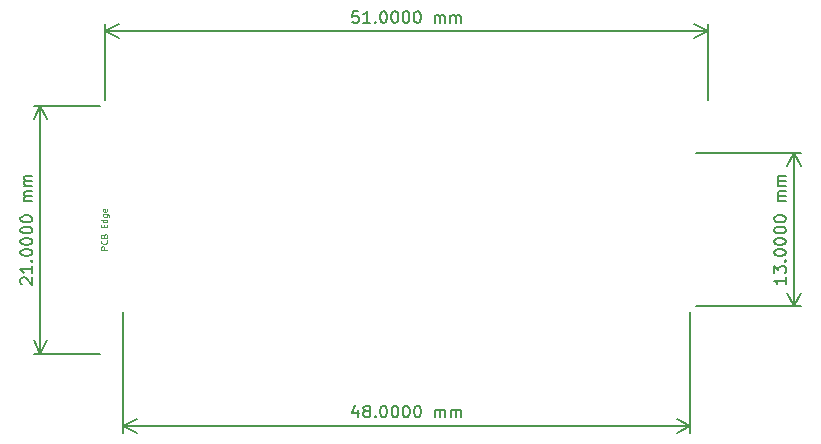
<source format=gbr>
%TF.GenerationSoftware,KiCad,Pcbnew,8.0.1*%
%TF.CreationDate,2024-04-07T18:53:55+05:30*%
%TF.ProjectId,Mitayi-Pico-RP2040,4d697461-7969-42d5-9069-636f2d525032,0.6*%
%TF.SameCoordinates,PX73df160PY5f2d3c0*%
%TF.FileFunction,OtherDrawing,Comment*%
%FSLAX46Y46*%
G04 Gerber Fmt 4.6, Leading zero omitted, Abs format (unit mm)*
G04 Created by KiCad (PCBNEW 8.0.1) date 2024-04-07 18:53:55*
%MOMM*%
%LPD*%
G01*
G04 APERTURE LIST*
%ADD10C,0.150000*%
%ADD11C,0.080000*%
G04 APERTURE END LIST*
D10*
X57604819Y6452382D02*
X57604819Y5880954D01*
X57604819Y6166668D02*
X56604819Y6166668D01*
X56604819Y6166668D02*
X56747676Y6071430D01*
X56747676Y6071430D02*
X56842914Y5976192D01*
X56842914Y5976192D02*
X56890533Y5880954D01*
X56604819Y6785716D02*
X56604819Y7404763D01*
X56604819Y7404763D02*
X56985771Y7071430D01*
X56985771Y7071430D02*
X56985771Y7214287D01*
X56985771Y7214287D02*
X57033390Y7309525D01*
X57033390Y7309525D02*
X57081009Y7357144D01*
X57081009Y7357144D02*
X57176247Y7404763D01*
X57176247Y7404763D02*
X57414342Y7404763D01*
X57414342Y7404763D02*
X57509580Y7357144D01*
X57509580Y7357144D02*
X57557200Y7309525D01*
X57557200Y7309525D02*
X57604819Y7214287D01*
X57604819Y7214287D02*
X57604819Y6928573D01*
X57604819Y6928573D02*
X57557200Y6833335D01*
X57557200Y6833335D02*
X57509580Y6785716D01*
X57509580Y7833335D02*
X57557200Y7880954D01*
X57557200Y7880954D02*
X57604819Y7833335D01*
X57604819Y7833335D02*
X57557200Y7785716D01*
X57557200Y7785716D02*
X57509580Y7833335D01*
X57509580Y7833335D02*
X57604819Y7833335D01*
X56604819Y8500001D02*
X56604819Y8595239D01*
X56604819Y8595239D02*
X56652438Y8690477D01*
X56652438Y8690477D02*
X56700057Y8738096D01*
X56700057Y8738096D02*
X56795295Y8785715D01*
X56795295Y8785715D02*
X56985771Y8833334D01*
X56985771Y8833334D02*
X57223866Y8833334D01*
X57223866Y8833334D02*
X57414342Y8785715D01*
X57414342Y8785715D02*
X57509580Y8738096D01*
X57509580Y8738096D02*
X57557200Y8690477D01*
X57557200Y8690477D02*
X57604819Y8595239D01*
X57604819Y8595239D02*
X57604819Y8500001D01*
X57604819Y8500001D02*
X57557200Y8404763D01*
X57557200Y8404763D02*
X57509580Y8357144D01*
X57509580Y8357144D02*
X57414342Y8309525D01*
X57414342Y8309525D02*
X57223866Y8261906D01*
X57223866Y8261906D02*
X56985771Y8261906D01*
X56985771Y8261906D02*
X56795295Y8309525D01*
X56795295Y8309525D02*
X56700057Y8357144D01*
X56700057Y8357144D02*
X56652438Y8404763D01*
X56652438Y8404763D02*
X56604819Y8500001D01*
X56604819Y9452382D02*
X56604819Y9547620D01*
X56604819Y9547620D02*
X56652438Y9642858D01*
X56652438Y9642858D02*
X56700057Y9690477D01*
X56700057Y9690477D02*
X56795295Y9738096D01*
X56795295Y9738096D02*
X56985771Y9785715D01*
X56985771Y9785715D02*
X57223866Y9785715D01*
X57223866Y9785715D02*
X57414342Y9738096D01*
X57414342Y9738096D02*
X57509580Y9690477D01*
X57509580Y9690477D02*
X57557200Y9642858D01*
X57557200Y9642858D02*
X57604819Y9547620D01*
X57604819Y9547620D02*
X57604819Y9452382D01*
X57604819Y9452382D02*
X57557200Y9357144D01*
X57557200Y9357144D02*
X57509580Y9309525D01*
X57509580Y9309525D02*
X57414342Y9261906D01*
X57414342Y9261906D02*
X57223866Y9214287D01*
X57223866Y9214287D02*
X56985771Y9214287D01*
X56985771Y9214287D02*
X56795295Y9261906D01*
X56795295Y9261906D02*
X56700057Y9309525D01*
X56700057Y9309525D02*
X56652438Y9357144D01*
X56652438Y9357144D02*
X56604819Y9452382D01*
X56604819Y10404763D02*
X56604819Y10500001D01*
X56604819Y10500001D02*
X56652438Y10595239D01*
X56652438Y10595239D02*
X56700057Y10642858D01*
X56700057Y10642858D02*
X56795295Y10690477D01*
X56795295Y10690477D02*
X56985771Y10738096D01*
X56985771Y10738096D02*
X57223866Y10738096D01*
X57223866Y10738096D02*
X57414342Y10690477D01*
X57414342Y10690477D02*
X57509580Y10642858D01*
X57509580Y10642858D02*
X57557200Y10595239D01*
X57557200Y10595239D02*
X57604819Y10500001D01*
X57604819Y10500001D02*
X57604819Y10404763D01*
X57604819Y10404763D02*
X57557200Y10309525D01*
X57557200Y10309525D02*
X57509580Y10261906D01*
X57509580Y10261906D02*
X57414342Y10214287D01*
X57414342Y10214287D02*
X57223866Y10166668D01*
X57223866Y10166668D02*
X56985771Y10166668D01*
X56985771Y10166668D02*
X56795295Y10214287D01*
X56795295Y10214287D02*
X56700057Y10261906D01*
X56700057Y10261906D02*
X56652438Y10309525D01*
X56652438Y10309525D02*
X56604819Y10404763D01*
X56604819Y11357144D02*
X56604819Y11452382D01*
X56604819Y11452382D02*
X56652438Y11547620D01*
X56652438Y11547620D02*
X56700057Y11595239D01*
X56700057Y11595239D02*
X56795295Y11642858D01*
X56795295Y11642858D02*
X56985771Y11690477D01*
X56985771Y11690477D02*
X57223866Y11690477D01*
X57223866Y11690477D02*
X57414342Y11642858D01*
X57414342Y11642858D02*
X57509580Y11595239D01*
X57509580Y11595239D02*
X57557200Y11547620D01*
X57557200Y11547620D02*
X57604819Y11452382D01*
X57604819Y11452382D02*
X57604819Y11357144D01*
X57604819Y11357144D02*
X57557200Y11261906D01*
X57557200Y11261906D02*
X57509580Y11214287D01*
X57509580Y11214287D02*
X57414342Y11166668D01*
X57414342Y11166668D02*
X57223866Y11119049D01*
X57223866Y11119049D02*
X56985771Y11119049D01*
X56985771Y11119049D02*
X56795295Y11166668D01*
X56795295Y11166668D02*
X56700057Y11214287D01*
X56700057Y11214287D02*
X56652438Y11261906D01*
X56652438Y11261906D02*
X56604819Y11357144D01*
X57604819Y12880954D02*
X56938152Y12880954D01*
X57033390Y12880954D02*
X56985771Y12928573D01*
X56985771Y12928573D02*
X56938152Y13023811D01*
X56938152Y13023811D02*
X56938152Y13166668D01*
X56938152Y13166668D02*
X56985771Y13261906D01*
X56985771Y13261906D02*
X57081009Y13309525D01*
X57081009Y13309525D02*
X57604819Y13309525D01*
X57081009Y13309525D02*
X56985771Y13357144D01*
X56985771Y13357144D02*
X56938152Y13452382D01*
X56938152Y13452382D02*
X56938152Y13595239D01*
X56938152Y13595239D02*
X56985771Y13690478D01*
X56985771Y13690478D02*
X57081009Y13738097D01*
X57081009Y13738097D02*
X57604819Y13738097D01*
X57604819Y14214287D02*
X56938152Y14214287D01*
X57033390Y14214287D02*
X56985771Y14261906D01*
X56985771Y14261906D02*
X56938152Y14357144D01*
X56938152Y14357144D02*
X56938152Y14500001D01*
X56938152Y14500001D02*
X56985771Y14595239D01*
X56985771Y14595239D02*
X57081009Y14642858D01*
X57081009Y14642858D02*
X57604819Y14642858D01*
X57081009Y14642858D02*
X56985771Y14690477D01*
X56985771Y14690477D02*
X56938152Y14785715D01*
X56938152Y14785715D02*
X56938152Y14928572D01*
X56938152Y14928572D02*
X56985771Y15023811D01*
X56985771Y15023811D02*
X57081009Y15071430D01*
X57081009Y15071430D02*
X57604819Y15071430D01*
X50010000Y4000000D02*
X58886420Y4000000D01*
X50010000Y17000000D02*
X58886420Y17000000D01*
X58300000Y4000000D02*
X58300000Y17000000D01*
X58300000Y4000000D02*
X58300000Y17000000D01*
X58300000Y4000000D02*
X57713579Y5126504D01*
X58300000Y4000000D02*
X58886421Y5126504D01*
X58300000Y17000000D02*
X58886421Y15873496D01*
X58300000Y17000000D02*
X57713579Y15873496D01*
X-7099943Y5880954D02*
X-7147562Y5928573D01*
X-7147562Y5928573D02*
X-7195181Y6023811D01*
X-7195181Y6023811D02*
X-7195181Y6261906D01*
X-7195181Y6261906D02*
X-7147562Y6357144D01*
X-7147562Y6357144D02*
X-7099943Y6404763D01*
X-7099943Y6404763D02*
X-7004705Y6452382D01*
X-7004705Y6452382D02*
X-6909467Y6452382D01*
X-6909467Y6452382D02*
X-6766610Y6404763D01*
X-6766610Y6404763D02*
X-6195181Y5833335D01*
X-6195181Y5833335D02*
X-6195181Y6452382D01*
X-6195181Y7404763D02*
X-6195181Y6833335D01*
X-6195181Y7119049D02*
X-7195181Y7119049D01*
X-7195181Y7119049D02*
X-7052324Y7023811D01*
X-7052324Y7023811D02*
X-6957086Y6928573D01*
X-6957086Y6928573D02*
X-6909467Y6833335D01*
X-6290420Y7833335D02*
X-6242800Y7880954D01*
X-6242800Y7880954D02*
X-6195181Y7833335D01*
X-6195181Y7833335D02*
X-6242800Y7785716D01*
X-6242800Y7785716D02*
X-6290420Y7833335D01*
X-6290420Y7833335D02*
X-6195181Y7833335D01*
X-7195181Y8500001D02*
X-7195181Y8595239D01*
X-7195181Y8595239D02*
X-7147562Y8690477D01*
X-7147562Y8690477D02*
X-7099943Y8738096D01*
X-7099943Y8738096D02*
X-7004705Y8785715D01*
X-7004705Y8785715D02*
X-6814229Y8833334D01*
X-6814229Y8833334D02*
X-6576134Y8833334D01*
X-6576134Y8833334D02*
X-6385658Y8785715D01*
X-6385658Y8785715D02*
X-6290420Y8738096D01*
X-6290420Y8738096D02*
X-6242800Y8690477D01*
X-6242800Y8690477D02*
X-6195181Y8595239D01*
X-6195181Y8595239D02*
X-6195181Y8500001D01*
X-6195181Y8500001D02*
X-6242800Y8404763D01*
X-6242800Y8404763D02*
X-6290420Y8357144D01*
X-6290420Y8357144D02*
X-6385658Y8309525D01*
X-6385658Y8309525D02*
X-6576134Y8261906D01*
X-6576134Y8261906D02*
X-6814229Y8261906D01*
X-6814229Y8261906D02*
X-7004705Y8309525D01*
X-7004705Y8309525D02*
X-7099943Y8357144D01*
X-7099943Y8357144D02*
X-7147562Y8404763D01*
X-7147562Y8404763D02*
X-7195181Y8500001D01*
X-7195181Y9452382D02*
X-7195181Y9547620D01*
X-7195181Y9547620D02*
X-7147562Y9642858D01*
X-7147562Y9642858D02*
X-7099943Y9690477D01*
X-7099943Y9690477D02*
X-7004705Y9738096D01*
X-7004705Y9738096D02*
X-6814229Y9785715D01*
X-6814229Y9785715D02*
X-6576134Y9785715D01*
X-6576134Y9785715D02*
X-6385658Y9738096D01*
X-6385658Y9738096D02*
X-6290420Y9690477D01*
X-6290420Y9690477D02*
X-6242800Y9642858D01*
X-6242800Y9642858D02*
X-6195181Y9547620D01*
X-6195181Y9547620D02*
X-6195181Y9452382D01*
X-6195181Y9452382D02*
X-6242800Y9357144D01*
X-6242800Y9357144D02*
X-6290420Y9309525D01*
X-6290420Y9309525D02*
X-6385658Y9261906D01*
X-6385658Y9261906D02*
X-6576134Y9214287D01*
X-6576134Y9214287D02*
X-6814229Y9214287D01*
X-6814229Y9214287D02*
X-7004705Y9261906D01*
X-7004705Y9261906D02*
X-7099943Y9309525D01*
X-7099943Y9309525D02*
X-7147562Y9357144D01*
X-7147562Y9357144D02*
X-7195181Y9452382D01*
X-7195181Y10404763D02*
X-7195181Y10500001D01*
X-7195181Y10500001D02*
X-7147562Y10595239D01*
X-7147562Y10595239D02*
X-7099943Y10642858D01*
X-7099943Y10642858D02*
X-7004705Y10690477D01*
X-7004705Y10690477D02*
X-6814229Y10738096D01*
X-6814229Y10738096D02*
X-6576134Y10738096D01*
X-6576134Y10738096D02*
X-6385658Y10690477D01*
X-6385658Y10690477D02*
X-6290420Y10642858D01*
X-6290420Y10642858D02*
X-6242800Y10595239D01*
X-6242800Y10595239D02*
X-6195181Y10500001D01*
X-6195181Y10500001D02*
X-6195181Y10404763D01*
X-6195181Y10404763D02*
X-6242800Y10309525D01*
X-6242800Y10309525D02*
X-6290420Y10261906D01*
X-6290420Y10261906D02*
X-6385658Y10214287D01*
X-6385658Y10214287D02*
X-6576134Y10166668D01*
X-6576134Y10166668D02*
X-6814229Y10166668D01*
X-6814229Y10166668D02*
X-7004705Y10214287D01*
X-7004705Y10214287D02*
X-7099943Y10261906D01*
X-7099943Y10261906D02*
X-7147562Y10309525D01*
X-7147562Y10309525D02*
X-7195181Y10404763D01*
X-7195181Y11357144D02*
X-7195181Y11452382D01*
X-7195181Y11452382D02*
X-7147562Y11547620D01*
X-7147562Y11547620D02*
X-7099943Y11595239D01*
X-7099943Y11595239D02*
X-7004705Y11642858D01*
X-7004705Y11642858D02*
X-6814229Y11690477D01*
X-6814229Y11690477D02*
X-6576134Y11690477D01*
X-6576134Y11690477D02*
X-6385658Y11642858D01*
X-6385658Y11642858D02*
X-6290420Y11595239D01*
X-6290420Y11595239D02*
X-6242800Y11547620D01*
X-6242800Y11547620D02*
X-6195181Y11452382D01*
X-6195181Y11452382D02*
X-6195181Y11357144D01*
X-6195181Y11357144D02*
X-6242800Y11261906D01*
X-6242800Y11261906D02*
X-6290420Y11214287D01*
X-6290420Y11214287D02*
X-6385658Y11166668D01*
X-6385658Y11166668D02*
X-6576134Y11119049D01*
X-6576134Y11119049D02*
X-6814229Y11119049D01*
X-6814229Y11119049D02*
X-7004705Y11166668D01*
X-7004705Y11166668D02*
X-7099943Y11214287D01*
X-7099943Y11214287D02*
X-7147562Y11261906D01*
X-7147562Y11261906D02*
X-7195181Y11357144D01*
X-6195181Y12880954D02*
X-6861848Y12880954D01*
X-6766610Y12880954D02*
X-6814229Y12928573D01*
X-6814229Y12928573D02*
X-6861848Y13023811D01*
X-6861848Y13023811D02*
X-6861848Y13166668D01*
X-6861848Y13166668D02*
X-6814229Y13261906D01*
X-6814229Y13261906D02*
X-6718991Y13309525D01*
X-6718991Y13309525D02*
X-6195181Y13309525D01*
X-6718991Y13309525D02*
X-6814229Y13357144D01*
X-6814229Y13357144D02*
X-6861848Y13452382D01*
X-6861848Y13452382D02*
X-6861848Y13595239D01*
X-6861848Y13595239D02*
X-6814229Y13690478D01*
X-6814229Y13690478D02*
X-6718991Y13738097D01*
X-6718991Y13738097D02*
X-6195181Y13738097D01*
X-6195181Y14214287D02*
X-6861848Y14214287D01*
X-6766610Y14214287D02*
X-6814229Y14261906D01*
X-6814229Y14261906D02*
X-6861848Y14357144D01*
X-6861848Y14357144D02*
X-6861848Y14500001D01*
X-6861848Y14500001D02*
X-6814229Y14595239D01*
X-6814229Y14595239D02*
X-6718991Y14642858D01*
X-6718991Y14642858D02*
X-6195181Y14642858D01*
X-6718991Y14642858D02*
X-6814229Y14690477D01*
X-6814229Y14690477D02*
X-6861848Y14785715D01*
X-6861848Y14785715D02*
X-6861848Y14928572D01*
X-6861848Y14928572D02*
X-6814229Y15023811D01*
X-6814229Y15023811D02*
X-6718991Y15071430D01*
X-6718991Y15071430D02*
X-6195181Y15071430D01*
X-500000Y0D02*
X-6086420Y0D01*
X-500000Y21000000D02*
X-6086420Y21000000D01*
X-5500000Y0D02*
X-5500000Y21000000D01*
X-5500000Y0D02*
X-5500000Y21000000D01*
X-5500000Y0D02*
X-6086421Y1126504D01*
X-5500000Y0D02*
X-4913579Y1126504D01*
X-5500000Y21000000D02*
X-4913579Y19873496D01*
X-5500000Y21000000D02*
X-6086421Y19873496D01*
X21404762Y28995181D02*
X20928572Y28995181D01*
X20928572Y28995181D02*
X20880953Y28518991D01*
X20880953Y28518991D02*
X20928572Y28566610D01*
X20928572Y28566610D02*
X21023810Y28614229D01*
X21023810Y28614229D02*
X21261905Y28614229D01*
X21261905Y28614229D02*
X21357143Y28566610D01*
X21357143Y28566610D02*
X21404762Y28518991D01*
X21404762Y28518991D02*
X21452381Y28423753D01*
X21452381Y28423753D02*
X21452381Y28185658D01*
X21452381Y28185658D02*
X21404762Y28090420D01*
X21404762Y28090420D02*
X21357143Y28042800D01*
X21357143Y28042800D02*
X21261905Y27995181D01*
X21261905Y27995181D02*
X21023810Y27995181D01*
X21023810Y27995181D02*
X20928572Y28042800D01*
X20928572Y28042800D02*
X20880953Y28090420D01*
X22404762Y27995181D02*
X21833334Y27995181D01*
X22119048Y27995181D02*
X22119048Y28995181D01*
X22119048Y28995181D02*
X22023810Y28852324D01*
X22023810Y28852324D02*
X21928572Y28757086D01*
X21928572Y28757086D02*
X21833334Y28709467D01*
X22833334Y28090420D02*
X22880953Y28042800D01*
X22880953Y28042800D02*
X22833334Y27995181D01*
X22833334Y27995181D02*
X22785715Y28042800D01*
X22785715Y28042800D02*
X22833334Y28090420D01*
X22833334Y28090420D02*
X22833334Y27995181D01*
X23500000Y28995181D02*
X23595238Y28995181D01*
X23595238Y28995181D02*
X23690476Y28947562D01*
X23690476Y28947562D02*
X23738095Y28899943D01*
X23738095Y28899943D02*
X23785714Y28804705D01*
X23785714Y28804705D02*
X23833333Y28614229D01*
X23833333Y28614229D02*
X23833333Y28376134D01*
X23833333Y28376134D02*
X23785714Y28185658D01*
X23785714Y28185658D02*
X23738095Y28090420D01*
X23738095Y28090420D02*
X23690476Y28042800D01*
X23690476Y28042800D02*
X23595238Y27995181D01*
X23595238Y27995181D02*
X23500000Y27995181D01*
X23500000Y27995181D02*
X23404762Y28042800D01*
X23404762Y28042800D02*
X23357143Y28090420D01*
X23357143Y28090420D02*
X23309524Y28185658D01*
X23309524Y28185658D02*
X23261905Y28376134D01*
X23261905Y28376134D02*
X23261905Y28614229D01*
X23261905Y28614229D02*
X23309524Y28804705D01*
X23309524Y28804705D02*
X23357143Y28899943D01*
X23357143Y28899943D02*
X23404762Y28947562D01*
X23404762Y28947562D02*
X23500000Y28995181D01*
X24452381Y28995181D02*
X24547619Y28995181D01*
X24547619Y28995181D02*
X24642857Y28947562D01*
X24642857Y28947562D02*
X24690476Y28899943D01*
X24690476Y28899943D02*
X24738095Y28804705D01*
X24738095Y28804705D02*
X24785714Y28614229D01*
X24785714Y28614229D02*
X24785714Y28376134D01*
X24785714Y28376134D02*
X24738095Y28185658D01*
X24738095Y28185658D02*
X24690476Y28090420D01*
X24690476Y28090420D02*
X24642857Y28042800D01*
X24642857Y28042800D02*
X24547619Y27995181D01*
X24547619Y27995181D02*
X24452381Y27995181D01*
X24452381Y27995181D02*
X24357143Y28042800D01*
X24357143Y28042800D02*
X24309524Y28090420D01*
X24309524Y28090420D02*
X24261905Y28185658D01*
X24261905Y28185658D02*
X24214286Y28376134D01*
X24214286Y28376134D02*
X24214286Y28614229D01*
X24214286Y28614229D02*
X24261905Y28804705D01*
X24261905Y28804705D02*
X24309524Y28899943D01*
X24309524Y28899943D02*
X24357143Y28947562D01*
X24357143Y28947562D02*
X24452381Y28995181D01*
X25404762Y28995181D02*
X25500000Y28995181D01*
X25500000Y28995181D02*
X25595238Y28947562D01*
X25595238Y28947562D02*
X25642857Y28899943D01*
X25642857Y28899943D02*
X25690476Y28804705D01*
X25690476Y28804705D02*
X25738095Y28614229D01*
X25738095Y28614229D02*
X25738095Y28376134D01*
X25738095Y28376134D02*
X25690476Y28185658D01*
X25690476Y28185658D02*
X25642857Y28090420D01*
X25642857Y28090420D02*
X25595238Y28042800D01*
X25595238Y28042800D02*
X25500000Y27995181D01*
X25500000Y27995181D02*
X25404762Y27995181D01*
X25404762Y27995181D02*
X25309524Y28042800D01*
X25309524Y28042800D02*
X25261905Y28090420D01*
X25261905Y28090420D02*
X25214286Y28185658D01*
X25214286Y28185658D02*
X25166667Y28376134D01*
X25166667Y28376134D02*
X25166667Y28614229D01*
X25166667Y28614229D02*
X25214286Y28804705D01*
X25214286Y28804705D02*
X25261905Y28899943D01*
X25261905Y28899943D02*
X25309524Y28947562D01*
X25309524Y28947562D02*
X25404762Y28995181D01*
X26357143Y28995181D02*
X26452381Y28995181D01*
X26452381Y28995181D02*
X26547619Y28947562D01*
X26547619Y28947562D02*
X26595238Y28899943D01*
X26595238Y28899943D02*
X26642857Y28804705D01*
X26642857Y28804705D02*
X26690476Y28614229D01*
X26690476Y28614229D02*
X26690476Y28376134D01*
X26690476Y28376134D02*
X26642857Y28185658D01*
X26642857Y28185658D02*
X26595238Y28090420D01*
X26595238Y28090420D02*
X26547619Y28042800D01*
X26547619Y28042800D02*
X26452381Y27995181D01*
X26452381Y27995181D02*
X26357143Y27995181D01*
X26357143Y27995181D02*
X26261905Y28042800D01*
X26261905Y28042800D02*
X26214286Y28090420D01*
X26214286Y28090420D02*
X26166667Y28185658D01*
X26166667Y28185658D02*
X26119048Y28376134D01*
X26119048Y28376134D02*
X26119048Y28614229D01*
X26119048Y28614229D02*
X26166667Y28804705D01*
X26166667Y28804705D02*
X26214286Y28899943D01*
X26214286Y28899943D02*
X26261905Y28947562D01*
X26261905Y28947562D02*
X26357143Y28995181D01*
X27880953Y27995181D02*
X27880953Y28661848D01*
X27880953Y28566610D02*
X27928572Y28614229D01*
X27928572Y28614229D02*
X28023810Y28661848D01*
X28023810Y28661848D02*
X28166667Y28661848D01*
X28166667Y28661848D02*
X28261905Y28614229D01*
X28261905Y28614229D02*
X28309524Y28518991D01*
X28309524Y28518991D02*
X28309524Y27995181D01*
X28309524Y28518991D02*
X28357143Y28614229D01*
X28357143Y28614229D02*
X28452381Y28661848D01*
X28452381Y28661848D02*
X28595238Y28661848D01*
X28595238Y28661848D02*
X28690477Y28614229D01*
X28690477Y28614229D02*
X28738096Y28518991D01*
X28738096Y28518991D02*
X28738096Y27995181D01*
X29214286Y27995181D02*
X29214286Y28661848D01*
X29214286Y28566610D02*
X29261905Y28614229D01*
X29261905Y28614229D02*
X29357143Y28661848D01*
X29357143Y28661848D02*
X29500000Y28661848D01*
X29500000Y28661848D02*
X29595238Y28614229D01*
X29595238Y28614229D02*
X29642857Y28518991D01*
X29642857Y28518991D02*
X29642857Y27995181D01*
X29642857Y28518991D02*
X29690476Y28614229D01*
X29690476Y28614229D02*
X29785714Y28661848D01*
X29785714Y28661848D02*
X29928571Y28661848D01*
X29928571Y28661848D02*
X30023810Y28614229D01*
X30023810Y28614229D02*
X30071429Y28518991D01*
X30071429Y28518991D02*
X30071429Y27995181D01*
X0Y21500000D02*
X0Y27886420D01*
X51000000Y21500000D02*
X51000000Y27886420D01*
X0Y27300000D02*
X51000000Y27300000D01*
X0Y27300000D02*
X51000000Y27300000D01*
X0Y27300000D02*
X1126504Y27886421D01*
X0Y27300000D02*
X1126504Y26713579D01*
X51000000Y27300000D02*
X49873496Y26713579D01*
X51000000Y27300000D02*
X49873496Y27886421D01*
X21367143Y-4738152D02*
X21367143Y-5404819D01*
X21129048Y-4357200D02*
X20890953Y-5071485D01*
X20890953Y-5071485D02*
X21510000Y-5071485D01*
X22033810Y-4833390D02*
X21938572Y-4785771D01*
X21938572Y-4785771D02*
X21890953Y-4738152D01*
X21890953Y-4738152D02*
X21843334Y-4642914D01*
X21843334Y-4642914D02*
X21843334Y-4595295D01*
X21843334Y-4595295D02*
X21890953Y-4500057D01*
X21890953Y-4500057D02*
X21938572Y-4452438D01*
X21938572Y-4452438D02*
X22033810Y-4404819D01*
X22033810Y-4404819D02*
X22224286Y-4404819D01*
X22224286Y-4404819D02*
X22319524Y-4452438D01*
X22319524Y-4452438D02*
X22367143Y-4500057D01*
X22367143Y-4500057D02*
X22414762Y-4595295D01*
X22414762Y-4595295D02*
X22414762Y-4642914D01*
X22414762Y-4642914D02*
X22367143Y-4738152D01*
X22367143Y-4738152D02*
X22319524Y-4785771D01*
X22319524Y-4785771D02*
X22224286Y-4833390D01*
X22224286Y-4833390D02*
X22033810Y-4833390D01*
X22033810Y-4833390D02*
X21938572Y-4881009D01*
X21938572Y-4881009D02*
X21890953Y-4928628D01*
X21890953Y-4928628D02*
X21843334Y-5023866D01*
X21843334Y-5023866D02*
X21843334Y-5214342D01*
X21843334Y-5214342D02*
X21890953Y-5309580D01*
X21890953Y-5309580D02*
X21938572Y-5357200D01*
X21938572Y-5357200D02*
X22033810Y-5404819D01*
X22033810Y-5404819D02*
X22224286Y-5404819D01*
X22224286Y-5404819D02*
X22319524Y-5357200D01*
X22319524Y-5357200D02*
X22367143Y-5309580D01*
X22367143Y-5309580D02*
X22414762Y-5214342D01*
X22414762Y-5214342D02*
X22414762Y-5023866D01*
X22414762Y-5023866D02*
X22367143Y-4928628D01*
X22367143Y-4928628D02*
X22319524Y-4881009D01*
X22319524Y-4881009D02*
X22224286Y-4833390D01*
X22843334Y-5309580D02*
X22890953Y-5357200D01*
X22890953Y-5357200D02*
X22843334Y-5404819D01*
X22843334Y-5404819D02*
X22795715Y-5357200D01*
X22795715Y-5357200D02*
X22843334Y-5309580D01*
X22843334Y-5309580D02*
X22843334Y-5404819D01*
X23510000Y-4404819D02*
X23605238Y-4404819D01*
X23605238Y-4404819D02*
X23700476Y-4452438D01*
X23700476Y-4452438D02*
X23748095Y-4500057D01*
X23748095Y-4500057D02*
X23795714Y-4595295D01*
X23795714Y-4595295D02*
X23843333Y-4785771D01*
X23843333Y-4785771D02*
X23843333Y-5023866D01*
X23843333Y-5023866D02*
X23795714Y-5214342D01*
X23795714Y-5214342D02*
X23748095Y-5309580D01*
X23748095Y-5309580D02*
X23700476Y-5357200D01*
X23700476Y-5357200D02*
X23605238Y-5404819D01*
X23605238Y-5404819D02*
X23510000Y-5404819D01*
X23510000Y-5404819D02*
X23414762Y-5357200D01*
X23414762Y-5357200D02*
X23367143Y-5309580D01*
X23367143Y-5309580D02*
X23319524Y-5214342D01*
X23319524Y-5214342D02*
X23271905Y-5023866D01*
X23271905Y-5023866D02*
X23271905Y-4785771D01*
X23271905Y-4785771D02*
X23319524Y-4595295D01*
X23319524Y-4595295D02*
X23367143Y-4500057D01*
X23367143Y-4500057D02*
X23414762Y-4452438D01*
X23414762Y-4452438D02*
X23510000Y-4404819D01*
X24462381Y-4404819D02*
X24557619Y-4404819D01*
X24557619Y-4404819D02*
X24652857Y-4452438D01*
X24652857Y-4452438D02*
X24700476Y-4500057D01*
X24700476Y-4500057D02*
X24748095Y-4595295D01*
X24748095Y-4595295D02*
X24795714Y-4785771D01*
X24795714Y-4785771D02*
X24795714Y-5023866D01*
X24795714Y-5023866D02*
X24748095Y-5214342D01*
X24748095Y-5214342D02*
X24700476Y-5309580D01*
X24700476Y-5309580D02*
X24652857Y-5357200D01*
X24652857Y-5357200D02*
X24557619Y-5404819D01*
X24557619Y-5404819D02*
X24462381Y-5404819D01*
X24462381Y-5404819D02*
X24367143Y-5357200D01*
X24367143Y-5357200D02*
X24319524Y-5309580D01*
X24319524Y-5309580D02*
X24271905Y-5214342D01*
X24271905Y-5214342D02*
X24224286Y-5023866D01*
X24224286Y-5023866D02*
X24224286Y-4785771D01*
X24224286Y-4785771D02*
X24271905Y-4595295D01*
X24271905Y-4595295D02*
X24319524Y-4500057D01*
X24319524Y-4500057D02*
X24367143Y-4452438D01*
X24367143Y-4452438D02*
X24462381Y-4404819D01*
X25414762Y-4404819D02*
X25510000Y-4404819D01*
X25510000Y-4404819D02*
X25605238Y-4452438D01*
X25605238Y-4452438D02*
X25652857Y-4500057D01*
X25652857Y-4500057D02*
X25700476Y-4595295D01*
X25700476Y-4595295D02*
X25748095Y-4785771D01*
X25748095Y-4785771D02*
X25748095Y-5023866D01*
X25748095Y-5023866D02*
X25700476Y-5214342D01*
X25700476Y-5214342D02*
X25652857Y-5309580D01*
X25652857Y-5309580D02*
X25605238Y-5357200D01*
X25605238Y-5357200D02*
X25510000Y-5404819D01*
X25510000Y-5404819D02*
X25414762Y-5404819D01*
X25414762Y-5404819D02*
X25319524Y-5357200D01*
X25319524Y-5357200D02*
X25271905Y-5309580D01*
X25271905Y-5309580D02*
X25224286Y-5214342D01*
X25224286Y-5214342D02*
X25176667Y-5023866D01*
X25176667Y-5023866D02*
X25176667Y-4785771D01*
X25176667Y-4785771D02*
X25224286Y-4595295D01*
X25224286Y-4595295D02*
X25271905Y-4500057D01*
X25271905Y-4500057D02*
X25319524Y-4452438D01*
X25319524Y-4452438D02*
X25414762Y-4404819D01*
X26367143Y-4404819D02*
X26462381Y-4404819D01*
X26462381Y-4404819D02*
X26557619Y-4452438D01*
X26557619Y-4452438D02*
X26605238Y-4500057D01*
X26605238Y-4500057D02*
X26652857Y-4595295D01*
X26652857Y-4595295D02*
X26700476Y-4785771D01*
X26700476Y-4785771D02*
X26700476Y-5023866D01*
X26700476Y-5023866D02*
X26652857Y-5214342D01*
X26652857Y-5214342D02*
X26605238Y-5309580D01*
X26605238Y-5309580D02*
X26557619Y-5357200D01*
X26557619Y-5357200D02*
X26462381Y-5404819D01*
X26462381Y-5404819D02*
X26367143Y-5404819D01*
X26367143Y-5404819D02*
X26271905Y-5357200D01*
X26271905Y-5357200D02*
X26224286Y-5309580D01*
X26224286Y-5309580D02*
X26176667Y-5214342D01*
X26176667Y-5214342D02*
X26129048Y-5023866D01*
X26129048Y-5023866D02*
X26129048Y-4785771D01*
X26129048Y-4785771D02*
X26176667Y-4595295D01*
X26176667Y-4595295D02*
X26224286Y-4500057D01*
X26224286Y-4500057D02*
X26271905Y-4452438D01*
X26271905Y-4452438D02*
X26367143Y-4404819D01*
X27890953Y-5404819D02*
X27890953Y-4738152D01*
X27890953Y-4833390D02*
X27938572Y-4785771D01*
X27938572Y-4785771D02*
X28033810Y-4738152D01*
X28033810Y-4738152D02*
X28176667Y-4738152D01*
X28176667Y-4738152D02*
X28271905Y-4785771D01*
X28271905Y-4785771D02*
X28319524Y-4881009D01*
X28319524Y-4881009D02*
X28319524Y-5404819D01*
X28319524Y-4881009D02*
X28367143Y-4785771D01*
X28367143Y-4785771D02*
X28462381Y-4738152D01*
X28462381Y-4738152D02*
X28605238Y-4738152D01*
X28605238Y-4738152D02*
X28700477Y-4785771D01*
X28700477Y-4785771D02*
X28748096Y-4881009D01*
X28748096Y-4881009D02*
X28748096Y-5404819D01*
X29224286Y-5404819D02*
X29224286Y-4738152D01*
X29224286Y-4833390D02*
X29271905Y-4785771D01*
X29271905Y-4785771D02*
X29367143Y-4738152D01*
X29367143Y-4738152D02*
X29510000Y-4738152D01*
X29510000Y-4738152D02*
X29605238Y-4785771D01*
X29605238Y-4785771D02*
X29652857Y-4881009D01*
X29652857Y-4881009D02*
X29652857Y-5404819D01*
X29652857Y-4881009D02*
X29700476Y-4785771D01*
X29700476Y-4785771D02*
X29795714Y-4738152D01*
X29795714Y-4738152D02*
X29938571Y-4738152D01*
X29938571Y-4738152D02*
X30033810Y-4785771D01*
X30033810Y-4785771D02*
X30081429Y-4881009D01*
X30081429Y-4881009D02*
X30081429Y-5404819D01*
X1510000Y3500000D02*
X1510000Y-6686420D01*
X49510000Y3500000D02*
X49510000Y-6686420D01*
X1510000Y-6100000D02*
X49510000Y-6100000D01*
X1510000Y-6100000D02*
X49510000Y-6100000D01*
X1510000Y-6100000D02*
X2636504Y-5513579D01*
X1510000Y-6100000D02*
X2636504Y-6686421D01*
X49510000Y-6100000D02*
X48383496Y-6686421D01*
X49510000Y-6100000D02*
X48383496Y-5513579D01*
D11*
X139649Y8795715D02*
X-360351Y8795715D01*
X-360351Y8795715D02*
X-360351Y8986191D01*
X-360351Y8986191D02*
X-336541Y9033810D01*
X-336541Y9033810D02*
X-312732Y9057620D01*
X-312732Y9057620D02*
X-265113Y9081429D01*
X-265113Y9081429D02*
X-193684Y9081429D01*
X-193684Y9081429D02*
X-146065Y9057620D01*
X-146065Y9057620D02*
X-122256Y9033810D01*
X-122256Y9033810D02*
X-98446Y8986191D01*
X-98446Y8986191D02*
X-98446Y8795715D01*
X92030Y9581429D02*
X115840Y9557620D01*
X115840Y9557620D02*
X139649Y9486191D01*
X139649Y9486191D02*
X139649Y9438572D01*
X139649Y9438572D02*
X115840Y9367144D01*
X115840Y9367144D02*
X68220Y9319525D01*
X68220Y9319525D02*
X20601Y9295715D01*
X20601Y9295715D02*
X-74637Y9271906D01*
X-74637Y9271906D02*
X-146065Y9271906D01*
X-146065Y9271906D02*
X-241303Y9295715D01*
X-241303Y9295715D02*
X-288922Y9319525D01*
X-288922Y9319525D02*
X-336541Y9367144D01*
X-336541Y9367144D02*
X-360351Y9438572D01*
X-360351Y9438572D02*
X-360351Y9486191D01*
X-360351Y9486191D02*
X-336541Y9557620D01*
X-336541Y9557620D02*
X-312732Y9581429D01*
X-122256Y9962382D02*
X-98446Y10033810D01*
X-98446Y10033810D02*
X-74637Y10057620D01*
X-74637Y10057620D02*
X-27018Y10081429D01*
X-27018Y10081429D02*
X44411Y10081429D01*
X44411Y10081429D02*
X92030Y10057620D01*
X92030Y10057620D02*
X115840Y10033810D01*
X115840Y10033810D02*
X139649Y9986191D01*
X139649Y9986191D02*
X139649Y9795715D01*
X139649Y9795715D02*
X-360351Y9795715D01*
X-360351Y9795715D02*
X-360351Y9962382D01*
X-360351Y9962382D02*
X-336541Y10010001D01*
X-336541Y10010001D02*
X-312732Y10033810D01*
X-312732Y10033810D02*
X-265113Y10057620D01*
X-265113Y10057620D02*
X-217494Y10057620D01*
X-217494Y10057620D02*
X-169875Y10033810D01*
X-169875Y10033810D02*
X-146065Y10010001D01*
X-146065Y10010001D02*
X-122256Y9962382D01*
X-122256Y9962382D02*
X-122256Y9795715D01*
X-122256Y10676667D02*
X-122256Y10843334D01*
X139649Y10914762D02*
X139649Y10676667D01*
X139649Y10676667D02*
X-360351Y10676667D01*
X-360351Y10676667D02*
X-360351Y10914762D01*
X139649Y11343334D02*
X-360351Y11343334D01*
X115840Y11343334D02*
X139649Y11295715D01*
X139649Y11295715D02*
X139649Y11200477D01*
X139649Y11200477D02*
X115840Y11152858D01*
X115840Y11152858D02*
X92030Y11129048D01*
X92030Y11129048D02*
X44411Y11105239D01*
X44411Y11105239D02*
X-98446Y11105239D01*
X-98446Y11105239D02*
X-146065Y11129048D01*
X-146065Y11129048D02*
X-169875Y11152858D01*
X-169875Y11152858D02*
X-193684Y11200477D01*
X-193684Y11200477D02*
X-193684Y11295715D01*
X-193684Y11295715D02*
X-169875Y11343334D01*
X-193684Y11795715D02*
X211078Y11795715D01*
X211078Y11795715D02*
X258697Y11771905D01*
X258697Y11771905D02*
X282506Y11748096D01*
X282506Y11748096D02*
X306316Y11700477D01*
X306316Y11700477D02*
X306316Y11629048D01*
X306316Y11629048D02*
X282506Y11581429D01*
X115840Y11795715D02*
X139649Y11748096D01*
X139649Y11748096D02*
X139649Y11652858D01*
X139649Y11652858D02*
X115840Y11605239D01*
X115840Y11605239D02*
X92030Y11581429D01*
X92030Y11581429D02*
X44411Y11557620D01*
X44411Y11557620D02*
X-98446Y11557620D01*
X-98446Y11557620D02*
X-146065Y11581429D01*
X-146065Y11581429D02*
X-169875Y11605239D01*
X-169875Y11605239D02*
X-193684Y11652858D01*
X-193684Y11652858D02*
X-193684Y11748096D01*
X-193684Y11748096D02*
X-169875Y11795715D01*
X115840Y12224286D02*
X139649Y12176667D01*
X139649Y12176667D02*
X139649Y12081429D01*
X139649Y12081429D02*
X115840Y12033810D01*
X115840Y12033810D02*
X68220Y12010001D01*
X68220Y12010001D02*
X-122256Y12010001D01*
X-122256Y12010001D02*
X-169875Y12033810D01*
X-169875Y12033810D02*
X-193684Y12081429D01*
X-193684Y12081429D02*
X-193684Y12176667D01*
X-193684Y12176667D02*
X-169875Y12224286D01*
X-169875Y12224286D02*
X-122256Y12248096D01*
X-122256Y12248096D02*
X-74637Y12248096D01*
X-74637Y12248096D02*
X-27018Y12010001D01*
M02*

</source>
